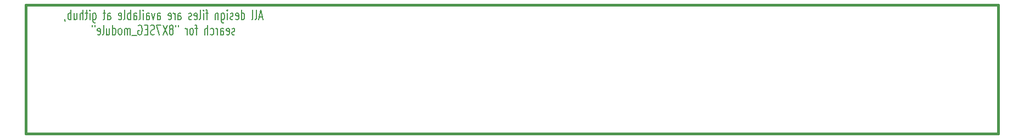
<source format=gbo>
G04 (created by PCBNEW-RS274X (2012-01-19 BZR 3256)-stable) date 01/06/2013 13:30:53*
G01*
G70*
G90*
%MOIN*%
G04 Gerber Fmt 3.4, Leading zero omitted, Abs format*
%FSLAX34Y34*%
G04 APERTURE LIST*
%ADD10C,0.006000*%
%ADD11C,0.008000*%
%ADD12C,0.015000*%
G04 APERTURE END LIST*
G54D10*
G54D11*
X59243Y-18071D02*
X59052Y-18071D01*
X59281Y-18243D02*
X59148Y-17643D01*
X59014Y-18243D01*
X58824Y-18243D02*
X58862Y-18214D01*
X58881Y-18157D01*
X58881Y-17643D01*
X58614Y-18243D02*
X58652Y-18214D01*
X58671Y-18157D01*
X58671Y-17643D01*
X57984Y-18243D02*
X57984Y-17643D01*
X57984Y-18214D02*
X58022Y-18243D01*
X58099Y-18243D01*
X58137Y-18214D01*
X58156Y-18186D01*
X58175Y-18129D01*
X58175Y-17957D01*
X58156Y-17900D01*
X58137Y-17871D01*
X58099Y-17843D01*
X58022Y-17843D01*
X57984Y-17871D01*
X57641Y-18214D02*
X57679Y-18243D01*
X57756Y-18243D01*
X57794Y-18214D01*
X57813Y-18157D01*
X57813Y-17929D01*
X57794Y-17871D01*
X57756Y-17843D01*
X57679Y-17843D01*
X57641Y-17871D01*
X57622Y-17929D01*
X57622Y-17986D01*
X57813Y-18043D01*
X57470Y-18214D02*
X57432Y-18243D01*
X57356Y-18243D01*
X57317Y-18214D01*
X57298Y-18157D01*
X57298Y-18129D01*
X57317Y-18071D01*
X57356Y-18043D01*
X57413Y-18043D01*
X57451Y-18014D01*
X57470Y-17957D01*
X57470Y-17929D01*
X57451Y-17871D01*
X57413Y-17843D01*
X57356Y-17843D01*
X57317Y-17871D01*
X57127Y-18243D02*
X57127Y-17843D01*
X57127Y-17643D02*
X57146Y-17671D01*
X57127Y-17700D01*
X57108Y-17671D01*
X57127Y-17643D01*
X57127Y-17700D01*
X56765Y-17843D02*
X56765Y-18329D01*
X56784Y-18386D01*
X56803Y-18414D01*
X56842Y-18443D01*
X56899Y-18443D01*
X56937Y-18414D01*
X56765Y-18214D02*
X56803Y-18243D01*
X56880Y-18243D01*
X56918Y-18214D01*
X56937Y-18186D01*
X56956Y-18129D01*
X56956Y-17957D01*
X56937Y-17900D01*
X56918Y-17871D01*
X56880Y-17843D01*
X56803Y-17843D01*
X56765Y-17871D01*
X56575Y-17843D02*
X56575Y-18243D01*
X56575Y-17900D02*
X56556Y-17871D01*
X56518Y-17843D01*
X56460Y-17843D01*
X56422Y-17871D01*
X56403Y-17929D01*
X56403Y-18243D01*
X55965Y-17843D02*
X55813Y-17843D01*
X55908Y-18243D02*
X55908Y-17729D01*
X55889Y-17671D01*
X55851Y-17643D01*
X55813Y-17643D01*
X55679Y-18243D02*
X55679Y-17843D01*
X55679Y-17643D02*
X55698Y-17671D01*
X55679Y-17700D01*
X55660Y-17671D01*
X55679Y-17643D01*
X55679Y-17700D01*
X55432Y-18243D02*
X55470Y-18214D01*
X55489Y-18157D01*
X55489Y-17643D01*
X55126Y-18214D02*
X55164Y-18243D01*
X55241Y-18243D01*
X55279Y-18214D01*
X55298Y-18157D01*
X55298Y-17929D01*
X55279Y-17871D01*
X55241Y-17843D01*
X55164Y-17843D01*
X55126Y-17871D01*
X55107Y-17929D01*
X55107Y-17986D01*
X55298Y-18043D01*
X54955Y-18214D02*
X54917Y-18243D01*
X54841Y-18243D01*
X54802Y-18214D01*
X54783Y-18157D01*
X54783Y-18129D01*
X54802Y-18071D01*
X54841Y-18043D01*
X54898Y-18043D01*
X54936Y-18014D01*
X54955Y-17957D01*
X54955Y-17929D01*
X54936Y-17871D01*
X54898Y-17843D01*
X54841Y-17843D01*
X54802Y-17871D01*
X54135Y-18243D02*
X54135Y-17929D01*
X54154Y-17871D01*
X54192Y-17843D01*
X54269Y-17843D01*
X54307Y-17871D01*
X54135Y-18214D02*
X54173Y-18243D01*
X54269Y-18243D01*
X54307Y-18214D01*
X54326Y-18157D01*
X54326Y-18100D01*
X54307Y-18043D01*
X54269Y-18014D01*
X54173Y-18014D01*
X54135Y-17986D01*
X53945Y-18243D02*
X53945Y-17843D01*
X53945Y-17957D02*
X53926Y-17900D01*
X53907Y-17871D01*
X53869Y-17843D01*
X53830Y-17843D01*
X53544Y-18214D02*
X53582Y-18243D01*
X53659Y-18243D01*
X53697Y-18214D01*
X53716Y-18157D01*
X53716Y-17929D01*
X53697Y-17871D01*
X53659Y-17843D01*
X53582Y-17843D01*
X53544Y-17871D01*
X53525Y-17929D01*
X53525Y-17986D01*
X53716Y-18043D01*
X52877Y-18243D02*
X52877Y-17929D01*
X52896Y-17871D01*
X52934Y-17843D01*
X53011Y-17843D01*
X53049Y-17871D01*
X52877Y-18214D02*
X52915Y-18243D01*
X53011Y-18243D01*
X53049Y-18214D01*
X53068Y-18157D01*
X53068Y-18100D01*
X53049Y-18043D01*
X53011Y-18014D01*
X52915Y-18014D01*
X52877Y-17986D01*
X52725Y-17843D02*
X52630Y-18243D01*
X52534Y-17843D01*
X52210Y-18243D02*
X52210Y-17929D01*
X52229Y-17871D01*
X52267Y-17843D01*
X52344Y-17843D01*
X52382Y-17871D01*
X52210Y-18214D02*
X52248Y-18243D01*
X52344Y-18243D01*
X52382Y-18214D01*
X52401Y-18157D01*
X52401Y-18100D01*
X52382Y-18043D01*
X52344Y-18014D01*
X52248Y-18014D01*
X52210Y-17986D01*
X52020Y-18243D02*
X52020Y-17843D01*
X52020Y-17643D02*
X52039Y-17671D01*
X52020Y-17700D01*
X52001Y-17671D01*
X52020Y-17643D01*
X52020Y-17700D01*
X51773Y-18243D02*
X51811Y-18214D01*
X51830Y-18157D01*
X51830Y-17643D01*
X51448Y-18243D02*
X51448Y-17929D01*
X51467Y-17871D01*
X51505Y-17843D01*
X51582Y-17843D01*
X51620Y-17871D01*
X51448Y-18214D02*
X51486Y-18243D01*
X51582Y-18243D01*
X51620Y-18214D01*
X51639Y-18157D01*
X51639Y-18100D01*
X51620Y-18043D01*
X51582Y-18014D01*
X51486Y-18014D01*
X51448Y-17986D01*
X51258Y-18243D02*
X51258Y-17643D01*
X51258Y-17871D02*
X51220Y-17843D01*
X51143Y-17843D01*
X51105Y-17871D01*
X51086Y-17900D01*
X51067Y-17957D01*
X51067Y-18129D01*
X51086Y-18186D01*
X51105Y-18214D01*
X51143Y-18243D01*
X51220Y-18243D01*
X51258Y-18214D01*
X50839Y-18243D02*
X50877Y-18214D01*
X50896Y-18157D01*
X50896Y-17643D01*
X50533Y-18214D02*
X50571Y-18243D01*
X50648Y-18243D01*
X50686Y-18214D01*
X50705Y-18157D01*
X50705Y-17929D01*
X50686Y-17871D01*
X50648Y-17843D01*
X50571Y-17843D01*
X50533Y-17871D01*
X50514Y-17929D01*
X50514Y-17986D01*
X50705Y-18043D01*
X49866Y-18243D02*
X49866Y-17929D01*
X49885Y-17871D01*
X49923Y-17843D01*
X50000Y-17843D01*
X50038Y-17871D01*
X49866Y-18214D02*
X49904Y-18243D01*
X50000Y-18243D01*
X50038Y-18214D01*
X50057Y-18157D01*
X50057Y-18100D01*
X50038Y-18043D01*
X50000Y-18014D01*
X49904Y-18014D01*
X49866Y-17986D01*
X49733Y-17843D02*
X49581Y-17843D01*
X49676Y-17643D02*
X49676Y-18157D01*
X49657Y-18214D01*
X49619Y-18243D01*
X49581Y-18243D01*
X48970Y-17843D02*
X48970Y-18329D01*
X48989Y-18386D01*
X49008Y-18414D01*
X49047Y-18443D01*
X49104Y-18443D01*
X49142Y-18414D01*
X48970Y-18214D02*
X49008Y-18243D01*
X49085Y-18243D01*
X49123Y-18214D01*
X49142Y-18186D01*
X49161Y-18129D01*
X49161Y-17957D01*
X49142Y-17900D01*
X49123Y-17871D01*
X49085Y-17843D01*
X49008Y-17843D01*
X48970Y-17871D01*
X48780Y-18243D02*
X48780Y-17843D01*
X48780Y-17643D02*
X48799Y-17671D01*
X48780Y-17700D01*
X48761Y-17671D01*
X48780Y-17643D01*
X48780Y-17700D01*
X48647Y-17843D02*
X48495Y-17843D01*
X48590Y-17643D02*
X48590Y-18157D01*
X48571Y-18214D01*
X48533Y-18243D01*
X48495Y-18243D01*
X48361Y-18243D02*
X48361Y-17643D01*
X48189Y-18243D02*
X48189Y-17929D01*
X48208Y-17871D01*
X48246Y-17843D01*
X48304Y-17843D01*
X48342Y-17871D01*
X48361Y-17900D01*
X47827Y-17843D02*
X47827Y-18243D01*
X47999Y-17843D02*
X47999Y-18157D01*
X47980Y-18214D01*
X47942Y-18243D01*
X47884Y-18243D01*
X47846Y-18214D01*
X47827Y-18186D01*
X47637Y-18243D02*
X47637Y-17643D01*
X47637Y-17871D02*
X47599Y-17843D01*
X47522Y-17843D01*
X47484Y-17871D01*
X47465Y-17900D01*
X47446Y-17957D01*
X47446Y-18129D01*
X47465Y-18186D01*
X47484Y-18214D01*
X47522Y-18243D01*
X47599Y-18243D01*
X47637Y-18214D01*
X47256Y-18214D02*
X47256Y-18243D01*
X47275Y-18300D01*
X47294Y-18329D01*
X57576Y-19134D02*
X57538Y-19163D01*
X57462Y-19163D01*
X57423Y-19134D01*
X57404Y-19077D01*
X57404Y-19049D01*
X57423Y-18991D01*
X57462Y-18963D01*
X57519Y-18963D01*
X57557Y-18934D01*
X57576Y-18877D01*
X57576Y-18849D01*
X57557Y-18791D01*
X57519Y-18763D01*
X57462Y-18763D01*
X57423Y-18791D01*
X57080Y-19134D02*
X57118Y-19163D01*
X57195Y-19163D01*
X57233Y-19134D01*
X57252Y-19077D01*
X57252Y-18849D01*
X57233Y-18791D01*
X57195Y-18763D01*
X57118Y-18763D01*
X57080Y-18791D01*
X57061Y-18849D01*
X57061Y-18906D01*
X57252Y-18963D01*
X56718Y-19163D02*
X56718Y-18849D01*
X56737Y-18791D01*
X56775Y-18763D01*
X56852Y-18763D01*
X56890Y-18791D01*
X56718Y-19134D02*
X56756Y-19163D01*
X56852Y-19163D01*
X56890Y-19134D01*
X56909Y-19077D01*
X56909Y-19020D01*
X56890Y-18963D01*
X56852Y-18934D01*
X56756Y-18934D01*
X56718Y-18906D01*
X56528Y-19163D02*
X56528Y-18763D01*
X56528Y-18877D02*
X56509Y-18820D01*
X56490Y-18791D01*
X56452Y-18763D01*
X56413Y-18763D01*
X56108Y-19134D02*
X56146Y-19163D01*
X56223Y-19163D01*
X56261Y-19134D01*
X56280Y-19106D01*
X56299Y-19049D01*
X56299Y-18877D01*
X56280Y-18820D01*
X56261Y-18791D01*
X56223Y-18763D01*
X56146Y-18763D01*
X56108Y-18791D01*
X55937Y-19163D02*
X55937Y-18563D01*
X55765Y-19163D02*
X55765Y-18849D01*
X55784Y-18791D01*
X55822Y-18763D01*
X55880Y-18763D01*
X55918Y-18791D01*
X55937Y-18820D01*
X55327Y-18763D02*
X55175Y-18763D01*
X55270Y-19163D02*
X55270Y-18649D01*
X55251Y-18591D01*
X55213Y-18563D01*
X55175Y-18563D01*
X54984Y-19163D02*
X55022Y-19134D01*
X55041Y-19106D01*
X55060Y-19049D01*
X55060Y-18877D01*
X55041Y-18820D01*
X55022Y-18791D01*
X54984Y-18763D01*
X54926Y-18763D01*
X54888Y-18791D01*
X54869Y-18820D01*
X54850Y-18877D01*
X54850Y-19049D01*
X54869Y-19106D01*
X54888Y-19134D01*
X54926Y-19163D01*
X54984Y-19163D01*
X54679Y-19163D02*
X54679Y-18763D01*
X54679Y-18877D02*
X54660Y-18820D01*
X54641Y-18791D01*
X54603Y-18763D01*
X54564Y-18763D01*
X54145Y-18563D02*
X54145Y-18677D01*
X53992Y-18563D02*
X53992Y-18677D01*
X53764Y-18820D02*
X53802Y-18791D01*
X53821Y-18763D01*
X53840Y-18706D01*
X53840Y-18677D01*
X53821Y-18620D01*
X53802Y-18591D01*
X53764Y-18563D01*
X53687Y-18563D01*
X53649Y-18591D01*
X53630Y-18620D01*
X53611Y-18677D01*
X53611Y-18706D01*
X53630Y-18763D01*
X53649Y-18791D01*
X53687Y-18820D01*
X53764Y-18820D01*
X53802Y-18849D01*
X53821Y-18877D01*
X53840Y-18934D01*
X53840Y-19049D01*
X53821Y-19106D01*
X53802Y-19134D01*
X53764Y-19163D01*
X53687Y-19163D01*
X53649Y-19134D01*
X53630Y-19106D01*
X53611Y-19049D01*
X53611Y-18934D01*
X53630Y-18877D01*
X53649Y-18849D01*
X53687Y-18820D01*
X53478Y-18563D02*
X53211Y-19163D01*
X53211Y-18563D02*
X53478Y-19163D01*
X53097Y-18563D02*
X52830Y-18563D01*
X53002Y-19163D01*
X52697Y-19134D02*
X52640Y-19163D01*
X52544Y-19163D01*
X52506Y-19134D01*
X52487Y-19106D01*
X52468Y-19049D01*
X52468Y-18991D01*
X52487Y-18934D01*
X52506Y-18906D01*
X52544Y-18877D01*
X52621Y-18849D01*
X52659Y-18820D01*
X52678Y-18791D01*
X52697Y-18734D01*
X52697Y-18677D01*
X52678Y-18620D01*
X52659Y-18591D01*
X52621Y-18563D01*
X52525Y-18563D01*
X52468Y-18591D01*
X52297Y-18849D02*
X52163Y-18849D01*
X52106Y-19163D02*
X52297Y-19163D01*
X52297Y-18563D01*
X52106Y-18563D01*
X51725Y-18591D02*
X51763Y-18563D01*
X51820Y-18563D01*
X51878Y-18591D01*
X51916Y-18649D01*
X51935Y-18706D01*
X51954Y-18820D01*
X51954Y-18906D01*
X51935Y-19020D01*
X51916Y-19077D01*
X51878Y-19134D01*
X51820Y-19163D01*
X51782Y-19163D01*
X51725Y-19134D01*
X51706Y-19106D01*
X51706Y-18906D01*
X51782Y-18906D01*
X51630Y-19220D02*
X51325Y-19220D01*
X51230Y-19163D02*
X51230Y-18763D01*
X51230Y-18820D02*
X51211Y-18791D01*
X51173Y-18763D01*
X51115Y-18763D01*
X51077Y-18791D01*
X51058Y-18849D01*
X51058Y-19163D01*
X51058Y-18849D02*
X51039Y-18791D01*
X51001Y-18763D01*
X50944Y-18763D01*
X50906Y-18791D01*
X50887Y-18849D01*
X50887Y-19163D01*
X50640Y-19163D02*
X50678Y-19134D01*
X50697Y-19106D01*
X50716Y-19049D01*
X50716Y-18877D01*
X50697Y-18820D01*
X50678Y-18791D01*
X50640Y-18763D01*
X50582Y-18763D01*
X50544Y-18791D01*
X50525Y-18820D01*
X50506Y-18877D01*
X50506Y-19049D01*
X50525Y-19106D01*
X50544Y-19134D01*
X50582Y-19163D01*
X50640Y-19163D01*
X50163Y-19163D02*
X50163Y-18563D01*
X50163Y-19134D02*
X50201Y-19163D01*
X50278Y-19163D01*
X50316Y-19134D01*
X50335Y-19106D01*
X50354Y-19049D01*
X50354Y-18877D01*
X50335Y-18820D01*
X50316Y-18791D01*
X50278Y-18763D01*
X50201Y-18763D01*
X50163Y-18791D01*
X49801Y-18763D02*
X49801Y-19163D01*
X49973Y-18763D02*
X49973Y-19077D01*
X49954Y-19134D01*
X49916Y-19163D01*
X49858Y-19163D01*
X49820Y-19134D01*
X49801Y-19106D01*
X49554Y-19163D02*
X49592Y-19134D01*
X49611Y-19077D01*
X49611Y-18563D01*
X49248Y-19134D02*
X49286Y-19163D01*
X49363Y-19163D01*
X49401Y-19134D01*
X49420Y-19077D01*
X49420Y-18849D01*
X49401Y-18791D01*
X49363Y-18763D01*
X49286Y-18763D01*
X49248Y-18791D01*
X49229Y-18849D01*
X49229Y-18906D01*
X49420Y-18963D01*
X49077Y-18563D02*
X49077Y-18677D01*
X48924Y-18563D02*
X48924Y-18677D01*
G54D12*
X44882Y-25197D02*
X44882Y-17323D01*
X103937Y-25197D02*
X44882Y-25197D01*
X103937Y-17323D02*
X103937Y-25197D01*
X44882Y-17323D02*
X103937Y-17323D01*
M02*

</source>
